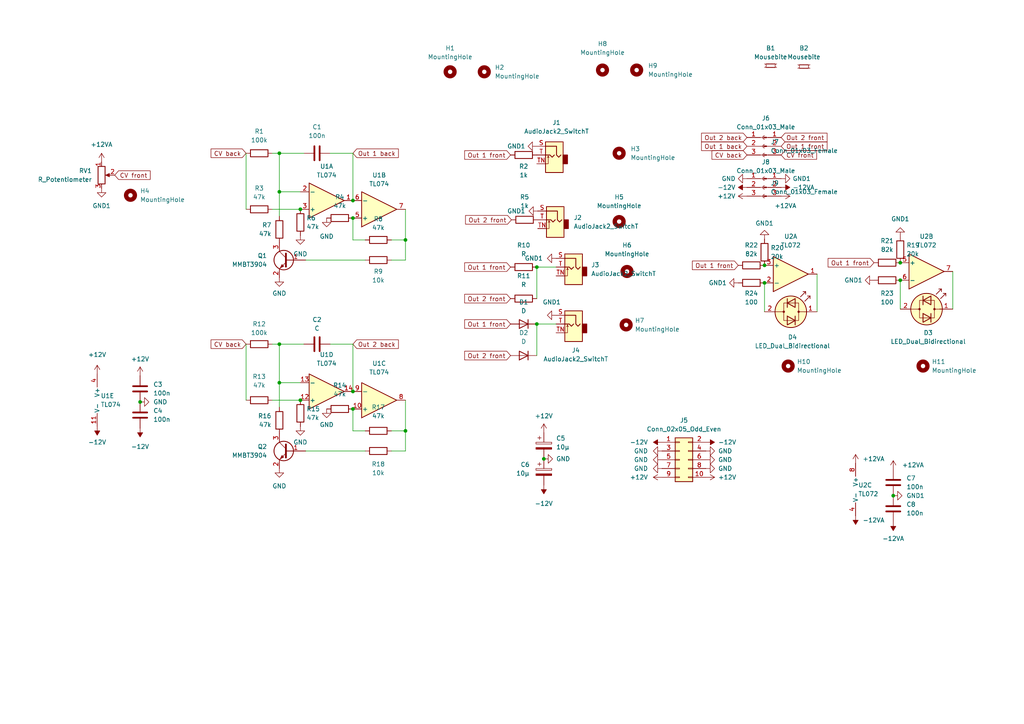
<source format=kicad_sch>
(kicad_sch (version 20211123) (generator eeschema)
  (paper "A4")
  (lib_symbols
    (symbol "Amplifier_Operational:TL072" (pin_names (offset 0.127))
      (property "Reference" "U" (at 0 5.08 0))
      (property "Value" "TL072" (at 0 -5.08 0))
      (symbol "TL072_1_1"
        (polyline (pts (xy -5.08 5.08) (xy 5.08 0) (xy -5.08 -5.08) (xy -5.08 5.08)) (stroke (width 0.254)) (fill (type background)))
        (pin output line (at 7.62 0 180) (length 2.54) (name "~") (number "1"))
        (pin input line (at -7.62 -2.54 0) (length 2.54) (name "-") (number "2"))
        (pin input line (at -7.62 2.54 0) (length 2.54) (name "+") (number "3"))
      )
      (symbol "TL072_2_1"
        (polyline (pts (xy -5.08 5.08) (xy 5.08 0) (xy -5.08 -5.08) (xy -5.08 5.08)) (stroke (width 0.254)) (fill (type background)))
        (pin input line (at -7.62 2.54 0) (length 2.54) (name "+") (number "5"))
        (pin input line (at -7.62 -2.54 0) (length 2.54) (name "-") (number "6"))
        (pin output line (at 7.62 0 180) (length 2.54) (name "~") (number "7"))
      )
      (symbol "TL072_3_1"
        (pin power_in line (at -2.54 -7.62 90) (length 3.81) (name "V-") (number "4"))
        (pin power_in line (at -2.54 7.62 270) (length 3.81) (name "V+") (number "8"))
      )
    )
    (symbol "Amplifier_Operational:TL074" (pin_names (offset 0.127))
      (property "Reference" "U" (at 0 5.08 0))
      (property "Value" "TL074" (at 0 -5.08 0))
      (symbol "TL074_1_1"
        (polyline (pts (xy -5.08 5.08) (xy 5.08 0) (xy -5.08 -5.08) (xy -5.08 5.08)) (stroke (width 0.254)) (fill (type background)))
        (pin output line (at 7.62 0 180) (length 2.54) (name "~") (number "1"))
        (pin input line (at -7.62 -2.54 0) (length 2.54) (name "-") (number "2"))
        (pin input line (at -7.62 2.54 0) (length 2.54) (name "+") (number "3"))
      )
      (symbol "TL074_2_1"
        (polyline (pts (xy -5.08 5.08) (xy 5.08 0) (xy -5.08 -5.08) (xy -5.08 5.08)) (stroke (width 0.254)) (fill (type background)))
        (pin input line (at -7.62 2.54 0) (length 2.54) (name "+") (number "5"))
        (pin input line (at -7.62 -2.54 0) (length 2.54) (name "-") (number "6"))
        (pin output line (at 7.62 0 180) (length 2.54) (name "~") (number "7"))
      )
      (symbol "TL074_3_1"
        (polyline (pts (xy -5.08 5.08) (xy 5.08 0) (xy -5.08 -5.08) (xy -5.08 5.08)) (stroke (width 0.254)) (fill (type background)))
        (pin input line (at -7.62 2.54 0) (length 2.54) (name "+") (number "10"))
        (pin output line (at 7.62 0 180) (length 2.54) (name "~") (number "8"))
        (pin input line (at -7.62 -2.54 0) (length 2.54) (name "-") (number "9"))
      )
      (symbol "TL074_4_1"
        (polyline (pts (xy -5.08 5.08) (xy 5.08 0) (xy -5.08 -5.08) (xy -5.08 5.08)) (stroke (width 0.254)) (fill (type background)))
        (pin input line (at -7.62 2.54 0) (length 2.54) (name "+") (number "12"))
        (pin input line (at -7.62 -2.54 0) (length 2.54) (name "-") (number "13"))
        (pin output line (at 7.62 0 180) (length 2.54) (name "~") (number "14"))
      )
      (symbol "TL074_5_1"
        (pin power_in line (at -2.54 -7.62 90) (length 3.81) (name "V-") (number "11"))
        (pin power_in line (at -2.54 7.62 270) (length 3.81) (name "V+") (number "4"))
      )
    )
    (symbol "Connector:AudioJack2_SwitchT"
      (property "Reference" "J" (at 0 8.89 0))
      (property "Value" "AudioJack2_SwitchT" (at 0 6.35 0))
      (symbol "AudioJack2_SwitchT_0_1"
        (rectangle (start -2.54 0) (end -3.81 -2.54) (stroke (width 0.254)) (fill (type outline)))
        (polyline (pts (xy 1.778 -0.254) (xy 2.032 -0.762)))
        (polyline (pts (xy 0 0) (xy 0.635 -0.635) (xy 1.27 0) (xy 2.54 0)) (stroke (width 0.254)))
        (polyline (pts (xy 2.54 -2.54) (xy 1.778 -2.54) (xy 1.778 -0.254) (xy 1.524 -0.762)))
        (polyline (pts (xy 2.54 2.54) (xy -0.635 2.54) (xy -0.635 0) (xy -1.27 -0.635) (xy -1.905 0)) (stroke (width 0.254)))
        (rectangle (start 2.54 3.81) (end -2.54 -5.08) (stroke (width 0.254)) (fill (type background)))
      )
      (symbol "AudioJack2_SwitchT_1_1"
        (pin passive line (at 5.08 2.54 180) (length 2.54) (name "~") (number "S"))
        (pin passive line (at 5.08 0 180) (length 2.54) (name "~") (number "T"))
        (pin passive line (at 5.08 -2.54 180) (length 2.54) (name "~") (number "TN"))
      )
    )
    (symbol "Connector:Conn_01x03_Female" (pin_names (offset 1.016) hide)
      (property "Reference" "J" (at 0 5.08 0))
      (property "Value" "Conn_01x03_Female" (at 0 -5.08 0))
      (symbol "Conn_01x03_Female_1_1"
        (arc (start 0 -2.032) (mid -0.508 -2.54) (end 0 -3.048) (stroke (width 0.1524)))
        (polyline (pts (xy -1.27 -2.54) (xy -0.508 -2.54)) (stroke (width 0.1524)))
        (polyline (pts (xy -1.27 0) (xy -0.508 0)) (stroke (width 0.1524)))
        (polyline (pts (xy -1.27 2.54) (xy -0.508 2.54)) (stroke (width 0.1524)))
        (arc (start 0 0.508) (mid -0.508 0) (end 0 -0.508) (stroke (width 0.1524)))
        (arc (start 0 3.048) (mid -0.508 2.54) (end 0 2.032) (stroke (width 0.1524)))
        (pin passive line (at -5.08 2.54 0) (length 3.81) (name "Pin_1") (number "1"))
        (pin passive line (at -5.08 0 0) (length 3.81) (name "Pin_2") (number "2"))
        (pin passive line (at -5.08 -2.54 0) (length 3.81) (name "Pin_3") (number "3"))
      )
    )
    (symbol "Connector:Conn_01x03_Male" (pin_names (offset 1.016) hide)
      (property "Reference" "J" (at 0 5.08 0))
      (property "Value" "Conn_01x03_Male" (at 0 -5.08 0))
      (symbol "Conn_01x03_Male_1_1"
        (polyline (pts (xy 1.27 -2.54) (xy 0.8636 -2.54)) (stroke (width 0.1524)))
        (polyline (pts (xy 1.27 0) (xy 0.8636 0)) (stroke (width 0.1524)))
        (polyline (pts (xy 1.27 2.54) (xy 0.8636 2.54)) (stroke (width 0.1524)))
        (rectangle (start 0.8636 -2.413) (end 0 -2.667) (stroke (width 0.1524)) (fill (type outline)))
        (rectangle (start 0.8636 0.127) (end 0 -0.127) (stroke (width 0.1524)) (fill (type outline)))
        (rectangle (start 0.8636 2.667) (end 0 2.413) (stroke (width 0.1524)) (fill (type outline)))
        (pin passive line (at 5.08 2.54 180) (length 3.81) (name "Pin_1") (number "1"))
        (pin passive line (at 5.08 0 180) (length 3.81) (name "Pin_2") (number "2"))
        (pin passive line (at 5.08 -2.54 180) (length 3.81) (name "Pin_3") (number "3"))
      )
    )
    (symbol "Connector_Generic:Conn_02x05_Odd_Even" (pin_names (offset 1.016) hide)
      (property "Reference" "J" (at 1.27 7.62 0))
      (property "Value" "Conn_02x05_Odd_Even" (at 1.27 -7.62 0))
      (symbol "Conn_02x05_Odd_Even_1_1"
        (rectangle (start -1.27 -4.953) (end 0 -5.207) (stroke (width 0.1524)))
        (rectangle (start -1.27 -2.413) (end 0 -2.667) (stroke (width 0.1524)))
        (rectangle (start -1.27 0.127) (end 0 -0.127) (stroke (width 0.1524)))
        (rectangle (start -1.27 2.667) (end 0 2.413) (stroke (width 0.1524)))
        (rectangle (start -1.27 5.207) (end 0 4.953) (stroke (width 0.1524)))
        (rectangle (start -1.27 6.35) (end 3.81 -6.35) (stroke (width 0.254)) (fill (type background)))
        (rectangle (start 3.81 -4.953) (end 2.54 -5.207) (stroke (width 0.1524)))
        (rectangle (start 3.81 -2.413) (end 2.54 -2.667) (stroke (width 0.1524)))
        (rectangle (start 3.81 0.127) (end 2.54 -0.127) (stroke (width 0.1524)))
        (rectangle (start 3.81 2.667) (end 2.54 2.413) (stroke (width 0.1524)))
        (rectangle (start 3.81 5.207) (end 2.54 4.953) (stroke (width 0.1524)))
        (pin passive line (at -5.08 5.08 0) (length 3.81) (name "Pin_1") (number "1"))
        (pin passive line (at 7.62 -5.08 180) (length 3.81) (name "Pin_10") (number "10"))
        (pin passive line (at 7.62 5.08 180) (length 3.81) (name "Pin_2") (number "2"))
        (pin passive line (at -5.08 2.54 0) (length 3.81) (name "Pin_3") (number "3"))
        (pin passive line (at 7.62 2.54 180) (length 3.81) (name "Pin_4") (number "4"))
        (pin passive line (at -5.08 0 0) (length 3.81) (name "Pin_5") (number "5"))
        (pin passive line (at 7.62 0 180) (length 3.81) (name "Pin_6") (number "6"))
        (pin passive line (at -5.08 -2.54 0) (length 3.81) (name "Pin_7") (number "7"))
        (pin passive line (at 7.62 -2.54 180) (length 3.81) (name "Pin_8") (number "8"))
        (pin passive line (at -5.08 -5.08 0) (length 3.81) (name "Pin_9") (number "9"))
      )
    )
    (symbol "Device:C" (pin_numbers hide) (pin_names (offset 0.254))
      (property "Reference" "C" (at 0.635 2.54 0))
      (property "Value" "C" (at 0.635 -2.54 0))
      (symbol "C_0_1"
        (polyline (pts (xy -2.032 -0.762) (xy 2.032 -0.762)) (stroke (width 0.508)))
        (polyline (pts (xy -2.032 0.762) (xy 2.032 0.762)) (stroke (width 0.508)))
      )
      (symbol "C_1_1"
        (pin passive line (at 0 3.81 270) (length 2.794) (name "~") (number "1"))
        (pin passive line (at 0 -3.81 90) (length 2.794) (name "~") (number "2"))
      )
    )
    (symbol "Device:C_Polarized" (pin_numbers hide) (pin_names (offset 0.254))
      (property "Reference" "C" (at 0.635 2.54 0))
      (property "Value" "C_Polarized" (at 0.635 -2.54 0))
      (symbol "C_Polarized_0_1"
        (rectangle (start -2.286 0.508) (end 2.286 1.016))
        (polyline (pts (xy -1.778 2.286) (xy -0.762 2.286)))
        (polyline (pts (xy -1.27 2.794) (xy -1.27 1.778)))
        (rectangle (start 2.286 -0.508) (end -2.286 -1.016) (fill (type outline)))
      )
      (symbol "C_Polarized_1_1"
        (pin passive line (at 0 3.81 270) (length 2.794) (name "~") (number "1"))
        (pin passive line (at 0 -3.81 90) (length 2.794) (name "~") (number "2"))
      )
    )
    (symbol "Device:D" (pin_numbers hide) (pin_names (offset 1.016) hide)
      (property "Reference" "D" (at 0 2.54 0))
      (property "Value" "D" (at 0 -2.54 0))
      (symbol "D_0_1"
        (polyline (pts (xy -1.27 1.27) (xy -1.27 -1.27)) (stroke (width 0.254)))
        (polyline (pts (xy 1.27 0) (xy -1.27 0)))
        (polyline (pts (xy 1.27 1.27) (xy 1.27 -1.27) (xy -1.27 0) (xy 1.27 1.27)) (stroke (width 0.254)))
      )
      (symbol "D_1_1"
        (pin passive line (at -3.81 0 0) (length 2.54) (name "K") (number "1"))
        (pin passive line (at 3.81 0 180) (length 2.54) (name "A") (number "2"))
      )
    )
    (symbol "Device:LED_Dual_Bidirectional" (pin_names (offset 0) hide)
      (property "Reference" "D" (at 0 5.715 0))
      (property "Value" "LED_Dual_Bidirectional" (at 0 -6.35 0))
      (symbol "LED_Dual_Bidirectional_0_1"
        (circle (center -2.032 0) (radius 0.254) (fill (type outline)))
        (polyline (pts (xy -4.572 0) (xy -2.54 0)))
        (polyline (pts (xy -2.032 0) (xy -2.54 0)))
        (polyline (pts (xy -1.016 3.81) (xy -1.016 1.27)) (stroke (width 0.254)))
        (polyline (pts (xy 1.27 -1.27) (xy 1.27 -3.81)) (stroke (width 0.254)))
        (polyline (pts (xy 4.064 0) (xy 2.286 0)) (fill (type outline)))
        (polyline (pts (xy 4.318 5.842) (xy 4.318 5.08)) (stroke (width 0.2032)))
        (polyline (pts (xy 5.588 4.572) (xy 5.588 3.81)) (stroke (width 0.2032)))
        (polyline (pts (xy 2.794 4.318) (xy 4.318 5.842) (xy 3.556 5.842)) (stroke (width 0.2032)))
        (polyline (pts (xy 4.064 3.048) (xy 5.588 4.572) (xy 4.826 4.572)) (stroke (width 0.2032)))
        (polyline (pts (xy -1.016 -1.27) (xy -1.016 -3.81) (xy 1.27 -2.54) (xy -1.016 -1.27)) (stroke (width 0.254)))
        (polyline (pts (xy 1.27 3.81) (xy 1.27 1.27) (xy -1.016 2.54) (xy 1.27 3.81)) (stroke (width 0.254)))
        (polyline (pts (xy 2.286 2.54) (xy -2.032 2.54) (xy -2.032 -2.54) (xy 2.286 -2.54) (xy 2.286 2.54)))
        (circle (center 0 0) (radius 4.572) (stroke (width 0.254)) (fill (type background)))
        (circle (center 2.286 0) (radius 0.254) (fill (type outline)))
      )
      (symbol "LED_Dual_Bidirectional_1_1"
        (pin input line (at 7.62 0 180) (length 3.81) (name "KA") (number "1"))
        (pin input line (at -7.62 0 0) (length 3.048) (name "AK") (number "2"))
      )
    )
    (symbol "Device:R" (pin_numbers hide) (pin_names (offset 0))
      (property "Reference" "R" (at 2.032 0 90))
      (property "Value" "R" (at 0 0 90))
      (symbol "R_0_1"
        (rectangle (start -1.016 -2.54) (end 1.016 2.54) (stroke (width 0.254)))
      )
      (symbol "R_1_1"
        (pin passive line (at 0 3.81 270) (length 1.27) (name "~") (number "1"))
        (pin passive line (at 0 -3.81 90) (length 1.27) (name "~") (number "2"))
      )
    )
    (symbol "Device:R_Potentiometer" (pin_names (offset 1.016) hide)
      (property "Reference" "RV" (at -4.445 0 90))
      (property "Value" "R_Potentiometer" (at -2.54 0 90))
      (symbol "R_Potentiometer_0_1"
        (polyline (pts (xy 2.54 0) (xy 1.524 0)))
        (polyline (pts (xy 1.143 0) (xy 2.286 0.508) (xy 2.286 -0.508) (xy 1.143 0)) (fill (type outline)))
        (rectangle (start 1.016 2.54) (end -1.016 -2.54) (stroke (width 0.254)))
      )
      (symbol "R_Potentiometer_1_1"
        (pin passive line (at 0 3.81 270) (length 1.27) (name "1") (number "1"))
        (pin passive line (at 3.81 0 180) (length 1.27) (name "2") (number "2"))
        (pin passive line (at 0 -3.81 90) (length 1.27) (name "3") (number "3"))
      )
    )
    (symbol "Mechanical:MountingHole" (pin_names (offset 1.016))
      (property "Reference" "H" (at 0 5.08 0))
      (property "Value" "MountingHole" (at 0 3.175 0))
      (symbol "MountingHole_0_1"
        (circle (center 0 0) (radius 1.27) (stroke (width 1.27)))
      )
    )
    (symbol "Pale Slim Ghost:Mousebite" (in_bom no)
      (property "Reference" "B" (at 0 0 0))
      (property "Value" "Mousebite" (at 0 0 0))
      (symbol "Mousebite_0_1"
        (arc (start -1.7637 1.778) (mid -1.2698 2.286) (end -1.7637 2.794) (stroke (width 0.1524)))
        (circle (center -1.27 1.778) (radius 0.0001) (stroke (width 0.1524)))
        (circle (center -1.27 2.794) (radius 0.0001) (stroke (width 0.1524)))
        (circle (center -1.016 1.778) (radius 0.0001) (stroke (width 0.1524)))
        (circle (center -1.016 2.794) (radius 0.0001) (stroke (width 0.1524)))
        (circle (center -0.762 1.778) (radius 0.0001) (stroke (width 0.1524)))
        (circle (center -0.762 2.794) (radius 0.0001) (stroke (width 0.1524)))
        (circle (center -0.508 1.778) (radius 0.0001) (stroke (width 0.1524)))
        (circle (center -0.508 2.794) (radius 0.0001) (stroke (width 0.1524)))
        (circle (center -0.254 1.778) (radius 0.0001) (stroke (width 0.1524)))
        (circle (center -0.254 2.794) (radius 0.0001) (stroke (width 0.1524)))
        (circle (center 0 1.778) (radius 0.0001) (stroke (width 0.1524)))
        (circle (center 0 2.794) (radius 0.0001) (stroke (width 0.1524)))
        (circle (center 0.254 1.778) (radius 0.0001) (stroke (width 0.1524)))
        (circle (center 0.254 2.794) (radius 0.0001) (stroke (width 0.1524)))
        (circle (center 0.508 1.778) (radius 0.0001) (stroke (width 0.1524)))
        (circle (center 0.508 2.794) (radius 0.0001) (stroke (width 0.1524)))
        (circle (center 0.762 1.778) (radius 0.0001) (stroke (width 0.1524)))
        (circle (center 0.762 2.794) (radius 0.0001) (stroke (width 0.1524)))
        (circle (center 1.016 1.778) (radius 0.0001) (stroke (width 0.1524)))
        (circle (center 1.016 2.794) (radius 0.0001) (stroke (width 0.1524)))
        (circle (center 1.27 1.778) (radius 0.0001) (stroke (width 0.1524)))
        (circle (center 1.27 2.794) (radius 0.0001) (stroke (width 0.1524)))
        (arc (start 1.7637 2.794) (mid 1.2698 2.286) (end 1.7637 1.778) (stroke (width 0.1524)))
      )
    )
    (symbol "Transistor_BJT:MMBT3904" (pin_names (offset 0) hide)
      (property "Reference" "Q" (at 5.08 1.905 0))
      (property "Value" "MMBT3904" (at 5.08 0 0))
      (symbol "MMBT3904_0_1"
        (polyline (pts (xy 0.635 0.635) (xy 2.54 2.54)))
        (polyline (pts (xy 0.635 -0.635) (xy 2.54 -2.54) (xy 2.54 -2.54)))
        (polyline (pts (xy 0.635 1.905) (xy 0.635 -1.905) (xy 0.635 -1.905)) (stroke (width 0.508)))
        (polyline (pts (xy 1.27 -1.778) (xy 1.778 -1.27) (xy 2.286 -2.286) (xy 1.27 -1.778) (xy 1.27 -1.778)) (fill (type outline)))
        (circle (center 1.27 0) (radius 2.8194) (stroke (width 0.254)))
      )
      (symbol "MMBT3904_1_1"
        (pin input line (at -5.08 0 0) (length 5.715) (name "B") (number "1"))
        (pin passive line (at 2.54 -5.08 90) (length 2.54) (name "E") (number "2"))
        (pin passive line (at 2.54 5.08 270) (length 2.54) (name "C") (number "3"))
      )
    )
    (symbol "power:+12V" (power) (pin_names (offset 0))
      (property "Value" "+12V" (at 0 3.556 0))
      (symbol "+12V_0_1"
        (polyline (pts (xy -0.762 1.27) (xy 0 2.54)))
        (polyline (pts (xy 0 0) (xy 0 2.54)))
        (polyline (pts (xy 0 2.54) (xy 0.762 1.27)))
      )
      (symbol "+12V_1_1"
        (pin power_in line (at 0 0 90) (length 0) hide (name "+12V") (number "1"))
      )
    )
    (symbol "power:+12VA" (power) (pin_names (offset 0))
      (property "Value" "+12VA" (at 0 3.556 0))
      (symbol "+12VA_0_1"
        (polyline (pts (xy -0.762 1.27) (xy 0 2.54)))
        (polyline (pts (xy 0 0) (xy 0 2.54)))
        (polyline (pts (xy 0 2.54) (xy 0.762 1.27)))
      )
      (symbol "+12VA_1_1"
        (pin power_in line (at 0 0 90) (length 0) hide (name "+12VA") (number "1"))
      )
    )
    (symbol "power:-12V" (power) (pin_names (offset 0))
      (property "Value" "-12V" (at 0 3.81 0))
      (symbol "-12V_0_0"
        (pin power_in line (at 0 0 90) (length 0) hide (name "-12V") (number "1"))
      )
      (symbol "-12V_0_1"
        (polyline (pts (xy 0 0) (xy 0 1.27) (xy 0.762 1.27) (xy 0 2.54) (xy -0.762 1.27) (xy 0 1.27)) (fill (type outline)))
      )
    )
    (symbol "power:-12VA" (power) (pin_names (offset 0))
      (property "Value" "-12VA" (at 0 3.556 0))
      (symbol "-12VA_0_0"
        (pin power_in line (at 0 0 90) (length 0) hide (name "-12VA") (number "1"))
      )
      (symbol "-12VA_0_1"
        (polyline (pts (xy 0 0) (xy 0 1.27) (xy 0.762 1.27) (xy 0 2.54) (xy -0.762 1.27) (xy 0 1.27)) (fill (type outline)))
      )
    )
    (symbol "power:GND" (power) (pin_names (offset 0))
      (property "Value" "GND" (at 0 -3.81 0))
      (symbol "GND_0_1"
        (polyline (pts (xy 0 0) (xy 0 -1.27) (xy 1.27 -1.27) (xy 0 -2.54) (xy -1.27 -1.27) (xy 0 -1.27)))
      )
      (symbol "GND_1_1"
        (pin power_in line (at 0 0 270) (length 0) hide (name "GND") (number "1"))
      )
    )
    (symbol "power:GND1" (power) (pin_names (offset 0))
      (property "Value" "GND1" (at 0 -3.81 0))
      (symbol "GND1_0_1"
        (polyline (pts (xy 0 0) (xy 0 -1.27) (xy 1.27 -1.27) (xy 0 -2.54) (xy -1.27 -1.27) (xy 0 -1.27)))
      )
      (symbol "GND1_1_1"
        (pin power_in line (at 0 0 270) (length 0) hide (name "GND1") (number "1"))
      )
    )
  )
  (junction (at 81.026 110.998))
  (junction (at 221.742 82.042))
  (junction (at 261.112 81.28))
  (junction (at 102.362 113.538))
  (junction (at 87.122 116.078))
  (junction (at 102.362 58.166))
  (junction (at 157.734 133.096))
  (junction (at 155.702 93.98))
  (junction (at 81.026 44.45))
  (junction (at 40.64 116.586))
  (junction (at 155.702 77.47))
  (junction (at 81.026 55.626))
  (junction (at 81.026 99.822))
  (junction (at 117.602 69.596))
  (junction (at 221.742 76.962))
  (junction (at 259.08 143.764))
  (junction (at 102.362 118.618))
  (junction (at 87.122 60.706))
  (junction (at 102.362 63.246))
  (junction (at 261.112 76.2))
  (junction (at 117.602 124.968))
  (wire (pts (xy 155.702 77.47) (xy 155.702 86.614)))
  (wire (pts (xy 78.994 44.45) (xy 81.026 44.45)))
  (wire (pts (xy 81.026 110.998) (xy 81.026 118.11)))
  (wire (pts (xy 155.702 93.98) (xy 155.702 103.124)))
  (wire (pts (xy 155.702 93.98) (xy 161.29 93.98)))
  (wire (pts (xy 113.538 75.438) (xy 117.602 75.438)))
  (wire (pts (xy 88.646 130.81) (xy 105.918 130.81)))
  (wire (pts (xy 102.362 124.968) (xy 102.362 118.618)))
  (wire (pts (xy 155.702 77.47) (xy 161.29 77.47)))
  (wire (pts (xy 117.602 69.596) (xy 117.602 60.706)))
  (wire (pts (xy 113.538 124.968) (xy 117.602 124.968)))
  (wire (pts (xy 81.026 99.822) (xy 81.026 110.998)))
  (wire (pts (xy 81.026 44.45) (xy 81.026 55.626)))
  (wire (pts (xy 117.602 124.968) (xy 117.602 116.078)))
  (wire (pts (xy 102.362 44.45) (xy 102.362 58.166)))
  (wire (pts (xy 95.758 99.822) (xy 102.362 99.822)))
  (wire (pts (xy 117.602 75.438) (xy 117.602 69.596)))
  (wire (pts (xy 261.112 81.28) (xy 261.112 89.662)))
  (wire (pts (xy 221.742 82.042) (xy 221.742 90.424)))
  (wire (pts (xy 95.758 44.45) (xy 102.362 44.45)))
  (wire (pts (xy 88.646 75.438) (xy 105.918 75.438)))
  (wire (pts (xy 102.362 69.596) (xy 102.362 63.246)))
  (wire (pts (xy 78.994 116.078) (xy 87.122 116.078)))
  (wire (pts (xy 102.362 99.822) (xy 102.362 113.538)))
  (wire (pts (xy 78.994 99.822) (xy 81.026 99.822)))
  (wire (pts (xy 78.994 60.706) (xy 87.122 60.706)))
  (wire (pts (xy 276.352 78.74) (xy 276.352 89.662)))
  (wire (pts (xy 71.374 99.822) (xy 71.374 116.078)))
  (wire (pts (xy 81.026 55.626) (xy 87.122 55.626)))
  (wire (pts (xy 71.374 44.45) (xy 71.374 60.706)))
  (wire (pts (xy 105.918 124.968) (xy 102.362 124.968)))
  (wire (pts (xy 236.982 79.502) (xy 236.982 90.424)))
  (wire (pts (xy 81.026 44.45) (xy 88.138 44.45)))
  (wire (pts (xy 81.026 55.626) (xy 81.026 62.738)))
  (wire (pts (xy 105.918 69.596) (xy 102.362 69.596)))
  (wire (pts (xy 81.026 99.822) (xy 88.138 99.822)))
  (wire (pts (xy 113.538 130.81) (xy 117.602 130.81)))
  (wire (pts (xy 113.538 69.596) (xy 117.602 69.596)))
  (wire (pts (xy 117.602 130.81) (xy 117.602 124.968)))
  (wire (pts (xy 81.026 110.998) (xy 87.122 110.998)))
  (global_label "Out 1 front" (shape input) (at 214.122 76.962 180) (property "Intersheet References" "${INTERSHEET_REFS}" (effects hide)))
  (global_label "CV back" (shape input) (at 71.374 99.822 180) (property "Intersheet References" "${INTERSHEET_REFS}" (effects hide)))
  (global_label "CV front" (shape input) (at 33.274 50.8 0) (property "Intersheet References" "${INTERSHEET_REFS}" (effects hide)))
  (global_label "Out 2 front" (shape input) (at 226.568 39.878 0) (property "Intersheet References" "${INTERSHEET_REFS}" (effects hide)))
  (global_label "Out 1 front" (shape input) (at 226.568 42.418 0) (property "Intersheet References" "${INTERSHEET_REFS}" (effects hide)))
  (global_label "Out 1 back" (shape input) (at 216.662 42.418 180) (property "Intersheet References" "${INTERSHEET_REFS}" (effects hide)))
  (global_label "Out 2 front" (shape input) (at 148.336 63.754 180) (property "Intersheet References" "${INTERSHEET_REFS}" (effects hide)))
  (global_label "Out 2 back" (shape input) (at 102.362 99.822 0) (property "Intersheet References" "${INTERSHEET_REFS}" (effects hide)))
  (global_label "Out 2 front" (shape input) (at 148.082 86.614 180) (property "Intersheet References" "${INTERSHEET_REFS}" (effects hide)))
  (global_label "Out 1 front" (shape input) (at 148.082 93.98 180) (property "Intersheet References" "${INTERSHEET_REFS}" (effects hide)))
  (global_label "Out 1 front" (shape input) (at 253.492 76.2 180) (property "Intersheet References" "${INTERSHEET_REFS}" (effects hide)))
  (global_label "Out 1 front" (shape input) (at 148.082 44.958 180) (property "Intersheet References" "${INTERSHEET_REFS}" (effects hide)))
  (global_label "CV front" (shape input) (at 226.568 44.958 0) (property "Intersheet References" "${INTERSHEET_REFS}" (effects hide)))
  (global_label "Out 1 back" (shape input) (at 102.362 44.45 0) (property "Intersheet References" "${INTERSHEET_REFS}" (effects hide)))
  (global_label "Out 2 back" (shape input) (at 216.662 39.878 180) (property "Intersheet References" "${INTERSHEET_REFS}" (effects hide)))
  (global_label "CV back" (shape input) (at 216.662 44.958 180) (property "Intersheet References" "${INTERSHEET_REFS}" (effects hide)))
  (global_label "CV back" (shape input) (at 71.374 44.45 180) (property "Intersheet References" "${INTERSHEET_REFS}" (effects hide)))
  (global_label "Out 2 front" (shape input) (at 148.082 103.124 180) (property "Intersheet References" "${INTERSHEET_REFS}" (effects hide)))
  (global_label "Out 1 front" (shape input) (at 148.082 77.47 180) (property "Intersheet References" "${INTERSHEET_REFS}" (effects hide)))
  (symbol (lib_id "power:+12V") (at 40.64 108.966 0) (unit 1)
    (property "Reference" "#PWR011" (effects hide))
    (property "Value" "+12V" (at 40.64 104.14 0))
  )
  (symbol (lib_id "power:GND1") (at 214.122 82.042 270) (unit 1)
    (property "Reference" "#PWR040" (effects hide))
    (property "Value" "GND1" (at 210.82 82.0419 90) (effects (justify right)))
  )
  (symbol (lib_id "Amplifier_Operational:TL074") (at 109.982 60.706 0) (mirror x) (unit 2)
    (property "Reference" "U1" (at 109.982 50.8 0))
    (property "Value" "TL074" (at 109.982 53.34 0))
    (property "Footprint" "Package_SO:SOIC-14_3.9x8.7mm_P1.27mm" (effects hide))
    (property "Datasheet" "http://www.ti.com/lit/ds/symlink/tl071.pdf" (effects hide))
  )
  (symbol (lib_id "Connector_Generic:Conn_02x05_Odd_Even") (at 197.104 133.35 0) (unit 1)
    (property "Reference" "J5" (at 198.374 121.92 0))
    (property "Value" "Conn_02x05_Odd_Even" (at 198.374 124.46 0))
    (property "Footprint" "Connector_PinHeader_2.54mm:PinHeader_2x05_P2.54mm_Vertical" (effects hide))
  )
  (symbol (lib_id "power:+12V") (at 28.194 108.458 0) (unit 1)
    (property "Reference" "#PWR010" (effects hide))
    (property "Value" "+12V" (at 28.194 102.87 0))
  )
  (symbol (lib_id "Amplifier_Operational:TL074") (at 30.734 116.078 0) (unit 5)
    (property "Reference" "U1" (at 29.21 114.8079 0) (effects (justify left)))
    (property "Value" "TL074" (at 29.21 117.3479 0) (effects (justify left)))
    (property "Footprint" "Package_SO:SOIC-14_3.9x8.7mm_P1.27mm" (effects hide))
    (property "Datasheet" "http://www.ti.com/lit/ds/symlink/tl071.pdf" (effects hide))
  )
  (symbol (lib_id "power:GND") (at 40.64 116.586 90) (unit 1)
    (property "Reference" "#PWR012" (effects hide))
    (property "Value" "GND" (at 44.45 116.5859 90) (effects (justify right)))
  )
  (symbol (lib_id "Connector:AudioJack2_SwitchT") (at 161.036 63.754 0) (mirror y) (unit 1)
    (property "Reference" "J2" (at 166.37 63.1189 0) (effects (justify right)))
    (property "Value" "AudioJack2_SwitchT" (at 166.37 65.6589 0) (effects (justify right)))
    (property "Footprint" "Pale Slim Ghost:Jack_3.5mm_QingPu_WQP-PJ301BM_Vertical" (effects hide))
  )
  (symbol (lib_id "Mechanical:MountingHole") (at 140.462 20.828 0) (unit 1)
    (property "Reference" "H2" (at 143.51 19.5579 0) (effects (justify left)))
    (property "Value" "MountingHole" (at 143.51 22.0979 0) (effects (justify left)))
    (property "Footprint" "MountingHole:MountingHole_2.2mm_M2" (effects hide))
  )
  (symbol (lib_id "Device:C") (at 259.08 139.954 0) (unit 1)
    (property "Reference" "C7" (at 262.89 138.6839 0) (effects (justify left)))
    (property "Value" "100n" (at 262.89 141.2239 0) (effects (justify left)))
    (property "Footprint" "Capacitor_SMD:C_0805_2012Metric_Pad1.18x1.45mm_HandSolder" (effects hide))
  )
  (symbol (lib_id "Device:R") (at 81.026 121.92 0) (unit 1)
    (property "Reference" "R16" (at 78.74 120.6499 0) (effects (justify right)))
    (property "Value" "47k" (at 78.74 123.1899 0) (effects (justify right)))
    (property "Footprint" "Resistor_SMD:R_0805_2012Metric_Pad1.20x1.40mm_HandSolder" (effects hide))
  )
  (symbol (lib_id "Connector:Conn_01x03_Male") (at 221.488 54.356 0) (unit 1)
    (property "Reference" "J8" (at 222.123 46.99 0))
    (property "Value" "Conn_01x03_Male" (at 222.123 49.53 0))
    (property "Footprint" "Connector_PinHeader_2.54mm:PinHeader_1x03_P2.54mm_Vertical" (effects hide))
  )
  (symbol (lib_id "power:GND1") (at 161.29 74.93 270) (unit 1)
    (property "Reference" "#PWR035" (effects hide))
    (property "Value" "GND1" (at 157.48 74.9299 90) (effects (justify right)))
  )
  (symbol (lib_id "Device:D") (at 151.892 103.124 180) (unit 1)
    (property "Reference" "D2" (at 151.892 96.52 0))
    (property "Value" "D" (at 151.892 99.06 0))
    (property "Footprint" "Diode_SMD:D_0805_2012Metric_Pad1.15x1.40mm_HandSolder" (effects hide))
  )
  (symbol (lib_id "power:GND") (at 87.122 68.326 0) (unit 1)
    (property "Reference" "#PWR06" (effects hide))
    (property "Value" "GND" (at 87.122 73.66 0))
  )
  (symbol (lib_id "Device:R") (at 75.184 44.45 90) (unit 1)
    (property "Reference" "R1" (at 75.184 38.1 90))
    (property "Value" "100k" (at 75.184 40.64 90))
    (property "Footprint" "Resistor_SMD:R_0805_2012Metric_Pad1.20x1.40mm_HandSolder" (effects hide))
  )
  (symbol (lib_id "Amplifier_Operational:TL074") (at 109.982 116.078 0) (mirror x) (unit 3)
    (property "Reference" "U1" (at 109.982 105.41 0))
    (property "Value" "TL074" (at 109.982 107.95 0))
    (property "Footprint" "Package_SO:SOIC-14_3.9x8.7mm_P1.27mm" (effects hide))
    (property "Datasheet" "http://www.ti.com/lit/ds/symlink/tl071.pdf" (effects hide))
  )
  (symbol (lib_id "power:-12V") (at 192.024 128.27 90) (unit 1)
    (property "Reference" "#PWR018" (effects hide))
    (property "Value" "-12V" (at 187.96 128.2699 90) (effects (justify left)))
  )
  (symbol (lib_id "Mechanical:MountingHole") (at 267.716 106.172 0) (unit 1)
    (property "Reference" "H11" (at 270.256 104.9019 0) (effects (justify left)))
    (property "Value" "MountingHole" (at 270.256 107.4419 0) (effects (justify left)))
    (property "Footprint" "Pale Slim Ghost:hole 3mm (below jack)" (effects hide))
  )
  (symbol (lib_id "Mechanical:MountingHole") (at 37.846 56.642 0) (unit 1)
    (property "Reference" "H4" (at 40.64 55.3719 0) (effects (justify left)))
    (property "Value" "MountingHole" (at 40.64 57.9119 0) (effects (justify left)))
    (property "Footprint" "Pale Slim Ghost:hole 6.5mm (potentiometer panel)" (effects hide))
  )
  (symbol (lib_id "Connector:AudioJack2_SwitchT") (at 160.782 44.958 0) (mirror y) (unit 1)
    (property "Reference" "J1" (at 161.417 35.56 0))
    (property "Value" "AudioJack2_SwitchT" (at 161.417 38.1 0))
    (property "Footprint" "Pale Slim Ghost:Jack_3.5mm_QingPu_WQP-PJ301BM_Vertical" (effects hide))
  )
  (symbol (lib_id "power:+12V") (at 192.024 138.43 90) (unit 1)
    (property "Reference" "#PWR028" (effects hide))
    (property "Value" "+12V" (at 187.96 138.4299 90) (effects (justify left)))
  )
  (symbol (lib_id "power:GND1") (at 226.568 51.816 90) (unit 1)
    (property "Reference" "#PWR09" (effects hide))
    (property "Value" "GND1" (at 229.87 51.8159 90) (effects (justify right)))
  )
  (symbol (lib_id "power:GND") (at 204.724 135.89 90) (unit 1)
    (property "Reference" "#PWR027" (effects hide))
    (property "Value" "GND" (at 208.28 135.8899 90) (effects (justify right)))
  )
  (symbol (lib_id "Device:R") (at 257.302 81.28 90) (unit 1)
    (property "Reference" "R23" (at 257.302 85.09 90))
    (property "Value" "100" (at 257.302 87.63 90))
    (property "Footprint" "Resistor_SMD:R_0805_2012Metric_Pad1.20x1.40mm_HandSolder" (effects hide))
  )
  (symbol (lib_id "Device:R") (at 221.742 73.152 180) (unit 1)
    (property "Reference" "R20" (at 223.52 71.8819 0) (effects (justify right)))
    (property "Value" "20k" (at 223.52 74.4219 0) (effects (justify right)))
    (property "Footprint" "Resistor_SMD:R_0805_2012Metric_Pad1.20x1.40mm_HandSolder" (effects hide))
  )
  (symbol (lib_id "Device:C") (at 40.64 120.396 0) (unit 1)
    (property "Reference" "C4" (at 44.45 119.1259 0) (effects (justify left)))
    (property "Value" "100n" (at 44.45 121.6659 0) (effects (justify left)))
    (property "Footprint" "Capacitor_SMD:C_0805_2012Metric_Pad1.18x1.45mm_HandSolder" (effects hide))
  )
  (symbol (lib_id "Mechanical:MountingHole") (at 181.61 94.234 0) (unit 1)
    (property "Reference" "H7" (at 184.15 92.9639 0) (effects (justify left)))
    (property "Value" "MountingHole" (at 184.15 95.5039 0) (effects (justify left)))
    (property "Footprint" "Pale Slim Ghost:hole 6mm (jack panel)" (effects hide))
  )
  (symbol (lib_id "Device:R") (at 109.728 69.596 270) (unit 1)
    (property "Reference" "R8" (at 109.728 63.5 90))
    (property "Value" "47k" (at 109.728 66.04 90))
    (property "Footprint" "Resistor_SMD:R_0805_2012Metric_Pad1.20x1.40mm_HandSolder" (effects hide))
  )
  (symbol (lib_id "Device:R") (at 75.184 99.822 90) (unit 1)
    (property "Reference" "R12" (at 75.184 93.98 90))
    (property "Value" "100k" (at 75.184 96.52 90))
    (property "Footprint" "Resistor_SMD:R_0805_2012Metric_Pad1.20x1.40mm_HandSolder" (effects hide))
  )
  (symbol (lib_id "Device:R") (at 217.932 76.962 90) (unit 1)
    (property "Reference" "R22" (at 217.932 71.12 90))
    (property "Value" "82k" (at 217.932 73.66 90))
    (property "Footprint" "Resistor_SMD:R_0805_2012Metric_Pad1.20x1.40mm_HandSolder" (effects hide))
  )
  (symbol (lib_id "Device:C") (at 259.08 147.574 0) (unit 1)
    (property "Reference" "C8" (at 262.89 146.3039 0) (effects (justify left)))
    (property "Value" "100n" (at 262.89 148.8439 0) (effects (justify left)))
    (property "Footprint" "Capacitor_SMD:C_0805_2012Metric_Pad1.18x1.45mm_HandSolder" (effects hide))
  )
  (symbol (lib_id "Amplifier_Operational:TL074") (at 94.742 58.166 0) (mirror x) (unit 1)
    (property "Reference" "U1" (at 94.742 48.26 0))
    (property "Value" "TL074" (at 94.742 50.8 0))
    (property "Footprint" "Package_SO:SOIC-14_3.9x8.7mm_P1.27mm" (effects hide))
    (property "Datasheet" "http://www.ti.com/lit/ds/symlink/tl071.pdf" (effects hide))
  )
  (symbol (lib_id "power:GND1") (at 221.742 69.342 180) (unit 1)
    (property "Reference" "#PWR038" (effects hide))
    (property "Value" "GND1" (at 221.742 64.77 0))
  )
  (symbol (lib_id "power:+12VA") (at 29.464 46.99 0) (unit 1)
    (property "Reference" "#PWR04" (effects hide))
    (property "Value" "+12VA" (at 29.464 41.91 0))
  )
  (symbol (lib_id "Mechanical:MountingHole") (at 179.578 44.45 0) (unit 1)
    (property "Reference" "H3" (at 182.88 43.1799 0) (effects (justify left)))
    (property "Value" "MountingHole" (at 182.88 45.7199 0) (effects (justify left)))
    (property "Footprint" "Pale Slim Ghost:hole 6mm (jack panel)" (effects hide))
  )
  (symbol (lib_id "Device:R") (at 217.932 82.042 90) (unit 1)
    (property "Reference" "R24" (at 217.932 85.09 90))
    (property "Value" "100" (at 217.932 87.63 90))
    (property "Footprint" "Resistor_SMD:R_0805_2012Metric_Pad1.20x1.40mm_HandSolder" (effects hide))
  )
  (symbol (lib_id "power:GND") (at 192.024 135.89 270) (mirror x) (unit 1)
    (property "Reference" "#PWR026" (effects hide))
    (property "Value" "GND" (at 187.96 135.8899 90) (effects (justify right)))
  )
  (symbol (lib_id "Device:C") (at 91.948 99.822 90) (unit 1)
    (property "Reference" "C2" (at 91.948 92.71 90))
    (property "Value" "C" (at 91.948 95.25 90))
    (property "Footprint" "Capacitor_SMD:C_0805_2012Metric_Pad1.18x1.45mm_HandSolder" (effects hide))
  )
  (symbol (lib_id "power:GND") (at 192.024 133.35 270) (mirror x) (unit 1)
    (property "Reference" "#PWR023" (effects hide))
    (property "Value" "GND" (at 187.96 133.3499 90) (effects (justify right)))
  )
  (symbol (lib_id "power:+12V") (at 216.662 56.896 90) (unit 1)
    (property "Reference" "#PWR01" (effects hide))
    (property "Value" "+12V" (at 213.36 56.8959 90) (effects (justify left)))
  )
  (symbol (lib_id "Device:R") (at 109.728 75.438 270) (unit 1)
    (property "Reference" "R9" (at 109.728 78.74 90))
    (property "Value" "10k" (at 109.728 81.28 90))
    (property "Footprint" "Resistor_SMD:R_0805_2012Metric_Pad1.20x1.40mm_HandSolder" (effects hide))
  )
  (symbol (lib_id "power:GND") (at 204.724 133.35 90) (unit 1)
    (property "Reference" "#PWR024" (effects hide))
    (property "Value" "GND" (at 208.28 133.3499 90) (effects (justify right)))
  )
  (symbol (lib_id "power:GND1") (at 161.29 91.44 270) (unit 1)
    (property "Reference" "#PWR036" (effects hide))
    (property "Value" "GND1" (at 160.02 87.63 90))
  )
  (symbol (lib_id "power:GND") (at 81.026 80.518 0) (unit 1)
    (property "Reference" "#PWR08" (effects hide))
    (property "Value" "GND" (at 81.026 85.09 0))
  )
  (symbol (lib_id "power:-12V") (at 157.734 140.716 180) (unit 1)
    (property "Reference" "#PWR030" (effects hide))
    (property "Value" "-12V" (at 157.734 146.05 0))
  )
  (symbol (lib_id "Device:R") (at 151.892 44.958 90) (unit 1)
    (property "Reference" "R2" (at 151.892 48.26 90))
    (property "Value" "1k" (at 151.892 50.8 90))
    (property "Footprint" "Resistor_SMD:R_0805_2012Metric_Pad1.20x1.40mm_HandSolder" (effects hide))
  )
  (symbol (lib_id "Device:R") (at 151.892 86.614 90) (unit 1)
    (property "Reference" "R11" (at 151.892 80.01 90))
    (property "Value" "R" (at 151.892 82.55 90))
    (property "Footprint" "Resistor_SMD:R_0805_2012Metric_Pad1.20x1.40mm_HandSolder" (effects hide))
  )
  (symbol (lib_id "power:GND1") (at 261.112 68.58 180) (unit 1)
    (property "Reference" "#PWR037" (effects hide))
    (property "Value" "GND1" (at 261.112 63.5 0))
  )
  (symbol (lib_id "power:GND1") (at 259.08 143.764 90) (unit 1)
    (property "Reference" "#PWR043" (effects hide))
    (property "Value" "GND1" (at 262.89 143.7639 90) (effects (justify right)))
  )
  (symbol (lib_id "Device:R") (at 261.112 72.39 180) (unit 1)
    (property "Reference" "R19" (at 262.89 71.1199 0) (effects (justify right)))
    (property "Value" "20k" (at 262.89 73.6599 0) (effects (justify right)))
    (property "Footprint" "Resistor_SMD:R_0805_2012Metric_Pad1.20x1.40mm_HandSolder" (effects hide))
  )
  (symbol (lib_id "Device:R") (at 257.302 76.2 90) (unit 1)
    (property "Reference" "R21" (at 257.302 69.85 90))
    (property "Value" "82k" (at 257.302 72.39 90))
    (property "Footprint" "Resistor_SMD:R_0805_2012Metric_Pad1.20x1.40mm_HandSolder" (effects hide))
  )
  (symbol (lib_id "power:GND1") (at 253.492 81.28 270) (unit 1)
    (property "Reference" "#PWR039" (effects hide))
    (property "Value" "GND1" (at 250.19 81.2799 90) (effects (justify right)))
  )
  (symbol (lib_id "power:+12VA") (at 259.08 136.144 0) (unit 1)
    (property "Reference" "#PWR042" (effects hide))
    (property "Value" "+12VA" (at 261.62 134.8739 0) (effects (justify left)))
  )
  (symbol (lib_id "Mechanical:MountingHole") (at 130.556 20.828 0) (unit 1)
    (property "Reference" "H1" (at 130.556 13.97 0))
    (property "Value" "MountingHole" (at 130.556 16.51 0))
    (property "Footprint" "MountingHole:MountingHole_2.2mm_M2" (effects hide))
  )
  (symbol (lib_id "Device:R") (at 98.552 63.246 270) (unit 1)
    (property "Reference" "R4" (at 98.552 57.15 90))
    (property "Value" "47k" (at 98.552 59.69 90))
    (property "Footprint" "Resistor_SMD:R_0805_2012Metric_Pad1.20x1.40mm_HandSolder" (effects hide))
  )
  (symbol (lib_id "power:GND") (at 81.026 135.89 0) (unit 1)
    (property "Reference" "#PWR025" (effects hide))
    (property "Value" "GND" (at 81.026 140.97 0))
  )
  (symbol (lib_id "power:-12VA") (at 259.08 151.384 180) (unit 1)
    (property "Reference" "#PWR045" (effects hide))
    (property "Value" "-12VA" (at 259.08 156.21 0))
  )
  (symbol (lib_id "Connector:Conn_01x03_Female") (at 221.742 42.418 0) (unit 1)
    (property "Reference" "J7" (at 223.52 41.1479 0) (effects (justify left)))
    (property "Value" "Conn_01x03_Female" (at 223.52 43.6879 0) (effects (justify left)))
    (property "Footprint" "Connector_PinSocket_2.54mm:PinSocket_1x03_P2.54mm_Vertical" (effects hide))
  )
  (symbol (lib_id "power:GND") (at 192.024 130.81 270) (mirror x) (unit 1)
    (property "Reference" "#PWR020" (effects hide))
    (property "Value" "GND" (at 187.96 130.8099 90) (effects (justify right)))
  )
  (symbol (lib_id "power:GND") (at 94.742 118.618 0) (unit 1)
    (property "Reference" "#PWR013" (effects hide))
    (property "Value" "GND" (at 94.742 123.19 0))
  )
  (symbol (lib_id "Connector:AudioJack2_SwitchT") (at 166.37 93.98 0) (mirror y) (unit 1)
    (property "Reference" "J4" (at 167.005 101.6 0))
    (property "Value" "AudioJack2_SwitchT" (at 167.005 104.14 0))
    (property "Footprint" "Pale Slim Ghost:Jack_3.5mm_QingPu_WQP-PJ301BM_Vertical" (effects hide))
  )
  (symbol (lib_id "Pale Slim Ghost:Mousebite") (at 233.172 21.59 0) (unit 1) (in_bom no)
    (property "Reference" "B2" (at 233.172 13.97 0))
    (property "Value" "Mousebite" (at 233.172 16.51 0))
    (property "Footprint" "Pale Slim Ghost:mousebite-2.54x5.08mm" (effects hide))
  )
  (symbol (lib_id "power:-12V") (at 204.724 128.27 270) (mirror x) (unit 1)
    (property "Reference" "#PWR019" (effects hide))
    (property "Value" "-12V" (at 208.28 128.2699 90) (effects (justify left)))
  )
  (symbol (lib_id "Connector:Conn_01x03_Male") (at 221.488 42.418 0) (unit 1)
    (property "Reference" "J6" (at 222.123 34.29 0))
    (property "Value" "Conn_01x03_Male" (at 222.123 36.83 0))
    (property "Footprint" "Connector_PinHeader_2.54mm:PinHeader_1x03_P2.54mm_Vertical" (effects hide))
  )
  (symbol (lib_id "power:GND") (at 204.724 130.81 90) (unit 1)
    (property "Reference" "#PWR021" (effects hide))
    (property "Value" "GND" (at 208.28 130.8099 90) (effects (justify right)))
  )
  (symbol (lib_id "Device:C") (at 40.64 112.776 0) (unit 1)
    (property "Reference" "C3" (at 44.45 111.5059 0) (effects (justify left)))
    (property "Value" "100n" (at 44.45 114.0459 0) (effects (justify left)))
    (property "Footprint" "Capacitor_SMD:C_0805_2012Metric_Pad1.18x1.45mm_HandSolder" (effects hide))
  )
  (symbol (lib_id "power:GND") (at 157.734 133.096 90) (unit 1)
    (property "Reference" "#PWR022" (effects hide))
    (property "Value" "GND" (at 161.29 133.0959 90) (effects (justify right)))
  )
  (symbol (lib_id "power:-12VA") (at 248.158 149.606 180) (unit 1)
    (property "Reference" "#PWR044" (effects hide))
    (property "Value" "-12VA" (at 250.19 150.8759 0) (effects (justify right)))
  )
  (symbol (lib_id "power:+12V") (at 157.734 125.476 0) (unit 1)
    (property "Reference" "#PWR017" (effects hide))
    (property "Value" "+12V" (at 157.734 120.65 0))
  )
  (symbol (lib_id "Device:D") (at 151.892 93.98 180) (unit 1)
    (property "Reference" "D1" (at 151.892 87.63 0))
    (property "Value" "D" (at 151.892 90.17 0))
    (property "Footprint" "Diode_SMD:D_0805_2012Metric_Pad1.15x1.40mm_HandSolder" (effects hide))
  )
  (symbol (lib_id "Device:LED_Dual_Bidirectional") (at 268.732 89.662 0) (unit 1)
    (property "Reference" "D3" (at 269.2273 96.52 0))
    (property "Value" "LED_Dual_Bidirectional" (at 269.2273 99.06 0))
    (property "Footprint" "LED_THT:LED_D3.0mm_FlatTop" (effects hide))
  )
  (symbol (lib_id "Mechanical:MountingHole") (at 184.658 20.32 0) (unit 1)
    (property "Reference" "H9" (at 187.96 19.0499 0) (effects (justify left)))
    (property "Value" "MountingHole" (at 187.96 21.5899 0) (effects (justify left)))
    (property "Footprint" "Pale Slim Ghost:eurorack panel mounting slot" (effects hide))
  )
  (symbol (lib_id "power:GND") (at 94.742 63.246 0) (unit 1)
    (property "Reference" "#PWR05" (effects hide))
    (property "Value" "GND" (at 94.742 68.58 0))
  )
  (symbol (lib_id "Device:LED_Dual_Bidirectional") (at 229.362 90.424 0) (unit 1)
    (property "Reference" "D4" (at 229.8573 97.79 0))
    (property "Value" "LED_Dual_Bidirectional" (at 229.8573 100.33 0))
    (property "Footprint" "LED_THT:LED_D3.0mm_FlatTop" (effects hide))
  )
  (symbol (lib_id "power:+12VA") (at 226.568 56.896 270) (unit 1)
    (property "Reference" "#PWR02" (effects hide))
    (property "Value" "+12VA" (at 227.838 59.69 90))
  )
  (symbol (lib_id "power:-12VA") (at 226.568 54.356 270) (unit 1)
    (property "Reference" "#PWR032" (effects hide))
    (property "Value" "-12VA" (at 229.87 54.3559 90) (effects (justify left)))
  )
  (symbol (lib_id "Device:R") (at 81.026 66.548 0) (unit 1)
    (property "Reference" "R7" (at 78.74 65.2779 0) (effects (justify right)))
    (property "Value" "47k" (at 78.74 67.8179 0) (effects (justify right)))
    (property "Footprint" "Resistor_SMD:R_0805_2012Metric_Pad1.20x1.40mm_HandSolder" (effects hide))
  )
  (symbol (lib_id "Device:R") (at 87.122 64.516 0) (unit 1)
    (property "Reference" "R6" (at 88.9 63.2459 0) (effects (justify left)))
    (property "Value" "47k" (at 88.9 65.7859 0) (effects (justify left)))
    (property "Footprint" "Resistor_SMD:R_0805_2012Metric_Pad1.20x1.40mm_HandSolder" (effects hide))
  )
  (symbol (lib_id "Device:C") (at 91.948 44.45 90) (unit 1)
    (property "Reference" "C1" (at 91.948 36.83 90))
    (property "Value" "100n" (at 91.948 39.37 90))
    (property "Footprint" "Capacitor_SMD:C_0805_2012Metric_Pad1.18x1.45mm_HandSolder" (effects hide))
  )
  (symbol (lib_id "Device:R") (at 87.122 119.888 0) (unit 1)
    (property "Reference" "R15" (at 88.9 118.6179 0) (effects (justify left)))
    (property "Value" "47k" (at 88.9 121.1579 0) (effects (justify left)))
    (property "Footprint" "Resistor_SMD:R_0805_2012Metric_Pad1.20x1.40mm_HandSolder" (effects hide))
  )
  (symbol (lib_id "Amplifier_Operational:TL074") (at 94.742 113.538 0) (mirror x) (unit 4)
    (property "Reference" "U1" (at 94.742 102.87 0))
    (property "Value" "TL074" (at 94.742 105.41 0))
    (property "Footprint" "Package_SO:SOIC-14_3.9x8.7mm_P1.27mm" (effects hide))
    (property "Datasheet" "http://www.ti.com/lit/ds/symlink/tl071.pdf" (effects hide))
  )
  (symbol (lib_id "power:GND") (at 87.122 123.698 0) (unit 1)
    (property "Reference" "#PWR015" (effects hide))
    (property "Value" "GND" (at 87.122 128.27 0))
  )
  (symbol (lib_id "power:GND1") (at 29.464 54.61 0) (unit 1)
    (property "Reference" "#PWR033" (effects hide))
    (property "Value" "GND1" (at 29.464 59.69 0))
  )
  (symbol (lib_id "Device:C_Polarized") (at 157.734 136.906 0) (unit 1)
    (property "Reference" "C6" (at 153.67 134.7469 0) (effects (justify right)))
    (property "Value" "10μ" (at 153.67 137.2869 0) (effects (justify right)))
    (property "Footprint" "Capacitor_SMD:CP_Elec_5x5.9" (effects hide))
  )
  (symbol (lib_id "Mechanical:MountingHole") (at 181.864 78.74 0) (unit 1)
    (property "Reference" "H6" (at 181.864 71.12 0))
    (property "Value" "MountingHole" (at 181.864 73.66 0))
    (property "Footprint" "Pale Slim Ghost:hole 6mm (jack panel)" (effects hide))
  )
  (symbol (lib_id "Device:R_Potentiometer") (at 29.464 50.8 0) (unit 1)
    (property "Reference" "RV1" (at 26.67 49.5299 0) (effects (justify right)))
    (property "Value" "R_Potentiometer" (at 26.67 52.0699 0) (effects (justify right)))
    (property "Footprint" "Pale Slim Ghost:Potentiometer_Alpha_RD901F-40-00D_Single_Vertical" (effects hide))
  )
  (symbol (lib_id "Device:R") (at 98.552 118.618 270) (unit 1)
    (property "Reference" "R14" (at 98.552 111.76 90))
    (property "Value" "47k" (at 98.552 114.3 90))
    (property "Footprint" "Resistor_SMD:R_0805_2012Metric_Pad1.20x1.40mm_HandSolder" (effects hide))
  )
  (symbol (lib_id "Transistor_BJT:MMBT3904") (at 83.566 75.438 0) (mirror y) (unit 1)
    (property "Reference" "Q1" (at 77.47 74.1679 0) (effects (justify left)))
    (property "Value" "MMBT3904" (at 77.47 76.7079 0) (effects (justify left)))
    (property "Footprint" "Package_TO_SOT_SMD:SOT-23" (effects hide))
    (property "Datasheet" "https://www.onsemi.com/pub/Collateral/2N3903-D.PDF" (effects hide))
  )
  (symbol (lib_id "power:+12V") (at 204.724 138.43 270) (mirror x) (unit 1)
    (property "Reference" "#PWR029" (effects hide))
    (property "Value" "+12V" (at 208.28 138.4299 90) (effects (justify left)))
  )
  (symbol (lib_id "Device:R") (at 75.184 60.706 90) (unit 1)
    (property "Reference" "R3" (at 75.184 54.61 90))
    (property "Value" "47k" (at 75.184 57.15 90))
    (property "Footprint" "Resistor_SMD:R_0805_2012Metric_Pad1.20x1.40mm_HandSolder" (effects hide))
  )
  (symbol (lib_id "Connector:Conn_01x03_Female") (at 221.742 54.356 0) (unit 1)
    (property "Reference" "J9" (at 223.52 53.0859 0) (effects (justify left)))
    (property "Value" "Conn_01x03_Female" (at 223.52 55.6259 0) (effects (justify left)))
    (property "Footprint" "Connector_PinSocket_2.54mm:PinSocket_1x03_P2.54mm_Vertical" (effects hide))
  )
  (symbol (lib_id "Transistor_BJT:MMBT3904") (at 83.566 130.81 0) (mirror y) (unit 1)
    (property "Reference" "Q2" (at 77.47 129.5399 0) (effects (justify left)))
    (property "Value" "MMBT3904" (at 77.47 132.0799 0) (effects (justify left)))
    (property "Footprint" "Package_TO_SOT_SMD:SOT-23" (effects hide))
    (property "Datasheet" "https://www.onsemi.com/pub/Collateral/2N3903-D.PDF" (effects hide))
  )
  (symbol (lib_id "Mechanical:MountingHole") (at 174.752 20.32 0) (unit 1)
    (property "Reference" "H8" (at 174.752 12.7 0))
    (property "Value" "MountingHole" (at 174.752 15.24 0))
    (property "Footprint" "Pale Slim Ghost:eurorack panel mounting slot" (effects hide))
  )
  (symbol (lib_id "power:GND") (at 216.662 51.816 270) (unit 1)
    (property "Reference" "#PWR07" (effects hide))
    (property "Value" "GND" (at 213.36 51.8159 90) (effects (justify right)))
  )
  (symbol (lib_id "power:-12V") (at 28.194 123.698 180) (unit 1)
    (property "Reference" "#PWR014" (effects hide))
    (property "Value" "-12V" (at 28.194 128.27 0))
  )
  (symbol (lib_id "power:GND1") (at 155.702 42.418 270) (unit 1)
    (property "Reference" "#PWR03" (effects hide))
    (property "Value" "GND1" (at 152.4 42.4179 90) (effects (justify right)))
  )
  (symbol (lib_id "Device:R") (at 75.184 116.078 90) (unit 1)
    (property "Reference" "R13" (at 75.184 109.22 90))
    (property "Value" "47k" (at 75.184 111.76 90))
    (property "Footprint" "Resistor_SMD:R_0805_2012Metric_Pad1.20x1.40mm_HandSolder" (effects hide))
  )
  (symbol (lib_id "Amplifier_Operational:TL072") (at 250.698 141.986 0) (unit 3)
    (property "Reference" "U2" (at 248.92 140.7159 0) (effects (justify left)))
    (property "Value" "TL072" (at 248.92 143.2559 0) (effects (justify left)))
    (property "Footprint" "Package_TO_SOT_SMD:SOT-23-8" (effects hide))
    (property "Datasheet" "http://www.ti.com/lit/ds/symlink/tl071.pdf" (effects hide))
  )
  (symbol (lib_id "Mechanical:MountingHole") (at 228.6 106.172 0) (unit 1)
    (property "Reference" "H10" (at 231.14 104.9019 0) (effects (justify left)))
    (property "Value" "MountingHole" (at 231.14 107.4419 0) (effects (justify left)))
    (property "Footprint" "Pale Slim Ghost:hole 3mm (below jack)" (effects hide))
  )
  (symbol (lib_id "Amplifier_Operational:TL072") (at 229.362 79.502 0) (unit 1)
    (property "Reference" "U2" (at 229.362 68.58 0))
    (property "Value" "TL072" (at 229.362 71.12 0))
    (property "Footprint" "Package_TO_SOT_SMD:SOT-23-8" (effects hide))
    (property "Datasheet" "http://www.ti.com/lit/ds/symlink/tl071.pdf" (effects hide))
  )
  (symbol (lib_id "Amplifier_Operational:TL072") (at 268.732 78.74 0) (unit 2)
    (property "Reference" "U2" (at 268.732 68.58 0))
    (property "Value" "TL072" (at 268.732 71.12 0))
    (property "Footprint" "Package_TO_SOT_SMD:SOT-23-8" (effects hide))
    (property "Datasheet" "http://www.ti.com/lit/ds/symlink/tl071.pdf" (effects hide))
  )
  (symbol (lib_id "Device:C_Polarized") (at 157.734 129.286 0) (unit 1)
    (property "Reference" "C5" (at 161.29 127.1269 0) (effects (justify left)))
    (property "Value" "10μ" (at 161.29 129.6669 0) (effects (justify left)))
    (property "Footprint" "Capacitor_SMD:CP_Elec_5x5.9" (effects hide))
  )
  (symbol (lib_id "power:-12V") (at 216.662 54.356 90) (unit 1)
    (property "Reference" "#PWR031" (effects hide))
    (property "Value" "-12V" (at 213.36 54.3559 90) (effects (justify left)))
  )
  (symbol (lib_id "power:+12VA") (at 248.158 134.366 0) (unit 1)
    (property "Reference" "#PWR041" (effects hide))
    (property "Value" "+12VA" (at 250.19 133.0959 0) (effects (justify left)))
  )
  (symbol (lib_id "Mechanical:MountingHole") (at 179.578 64.262 0) (unit 1)
    (property "Reference" "H5" (at 179.578 57.15 0))
    (property "Value" "MountingHole" (at 179.578 59.69 0))
    (property "Footprint" "Pale Slim Ghost:hole 6mm (jack panel)" (effects hide))
  )
  (symbol (lib_id "Device:R") (at 109.728 130.81 270) (unit 1)
    (property "Reference" "R18" (at 109.728 134.62 90))
    (property "Value" "10k" (at 109.728 137.16 90))
    (property "Footprint" "Resistor_SMD:R_0805_2012Metric_Pad1.20x1.40mm_HandSolder" (effects hide))
  )
  (symbol (lib_id "Device:R") (at 109.728 124.968 270) (unit 1)
    (property "Reference" "R17" (at 109.728 118.11 90))
    (property "Value" "47k" (at 109.728 120.65 90))
    (property "Footprint" "Resistor_SMD:R_0805_2012Metric_Pad1.20x1.40mm_HandSolder" (effects hide))
  )
  (symbol (lib_id "Connector:AudioJack2_SwitchT") (at 166.37 77.47 0) (mirror y) (unit 1)
    (property "Reference" "J3" (at 171.45 76.8349 0) (effects (justify right)))
    (property "Value" "AudioJack2_SwitchT" (at 171.45 79.3749 0) (effects (justify right)))
    (property "Footprint" "Pale Slim Ghost:Jack_3.5mm_QingPu_WQP-PJ301BM_Vertical" (effects hide))
  )
  (symbol (lib_id "power:GND1") (at 155.956 61.214 270) (unit 1)
    (property "Reference" "#PWR034" (effects hide))
    (property "Value" "GND1" (at 152.4 61.2139 90) (effects (justify right)))
  )
  (symbol (lib_id "Device:R") (at 151.892 77.47 90) (unit 1)
    (property "Reference" "R10" (at 151.892 71.12 90))
    (property "Value" "R" (at 151.892 73.66 90))
    (property "Footprint" "Resistor_SMD:R_0805_2012Metric_Pad1.20x1.40mm_HandSolder" (effects hide))
  )
  (symbol (lib_id "Pale Slim Ghost:Mousebite") (at 223.52 21.336 0) (unit 1) (in_bom no)
    (property "Reference" "B1" (at 223.52 13.97 0))
    (property "Value" "Mousebite" (at 223.52 16.51 0))
    (property "Footprint" "Pale Slim Ghost:mousebite-2.54x5.08mm" (effects hide))
  )
  (symbol (lib_id "power:-12V") (at 40.64 124.206 180) (unit 1)
    (property "Reference" "#PWR016" (effects hide))
    (property "Value" "-12V" (at 40.64 129.54 0))
  )
  (symbol (lib_id "Device:R") (at 152.146 63.754 90) (unit 1)
    (property "Reference" "R5" (at 152.146 57.15 90))
    (property "Value" "1k" (at 152.146 59.69 90))
    (property "Footprint" "Resistor_SMD:R_0805_2012Metric_Pad1.20x1.40mm_HandSolder" (effects hide))
  )
)
</source>
